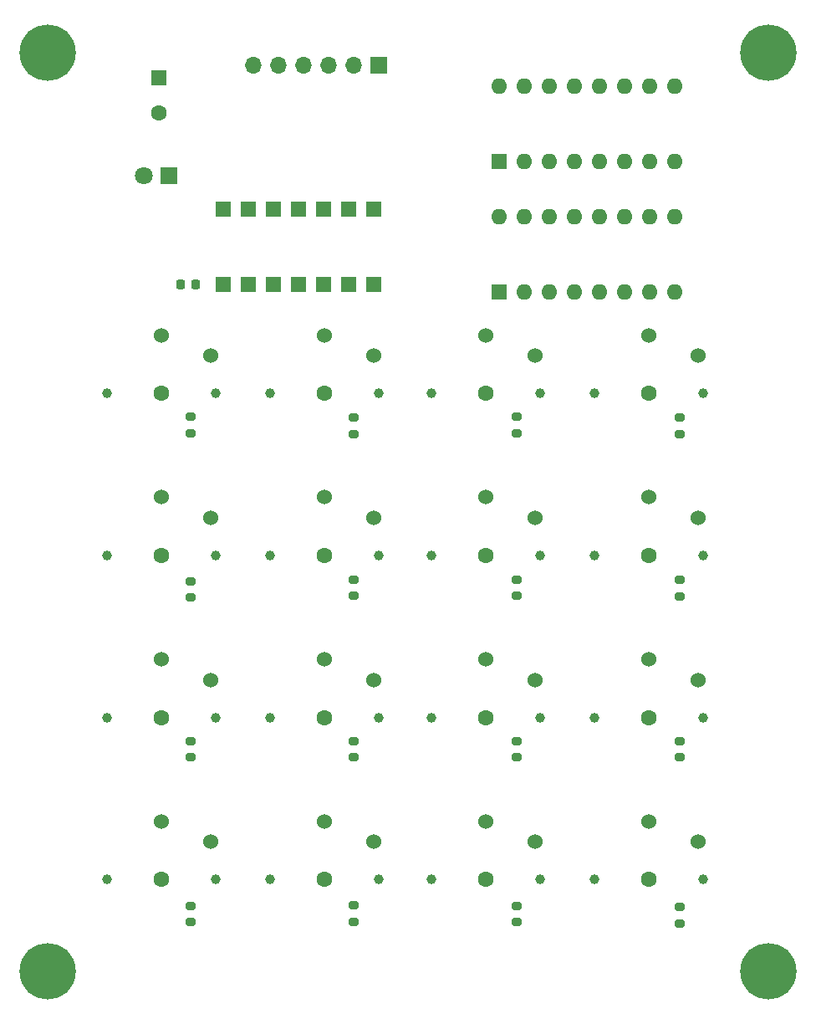
<source format=gbs>
%TF.GenerationSoftware,KiCad,Pcbnew,8.0.8*%
%TF.CreationDate,2025-02-24T16:27:27+09:00*%
%TF.ProjectId,keyboard,6b657962-6f61-4726-942e-6b696361645f,rev?*%
%TF.SameCoordinates,Original*%
%TF.FileFunction,Soldermask,Bot*%
%TF.FilePolarity,Negative*%
%FSLAX46Y46*%
G04 Gerber Fmt 4.6, Leading zero omitted, Abs format (unit mm)*
G04 Created by KiCad (PCBNEW 8.0.8) date 2025-02-24 16:27:27*
%MOMM*%
%LPD*%
G01*
G04 APERTURE LIST*
G04 Aperture macros list*
%AMRoundRect*
0 Rectangle with rounded corners*
0 $1 Rounding radius*
0 $2 $3 $4 $5 $6 $7 $8 $9 X,Y pos of 4 corners*
0 Add a 4 corners polygon primitive as box body*
4,1,4,$2,$3,$4,$5,$6,$7,$8,$9,$2,$3,0*
0 Add four circle primitives for the rounded corners*
1,1,$1+$1,$2,$3*
1,1,$1+$1,$4,$5*
1,1,$1+$1,$6,$7*
1,1,$1+$1,$8,$9*
0 Add four rect primitives between the rounded corners*
20,1,$1+$1,$2,$3,$4,$5,0*
20,1,$1+$1,$4,$5,$6,$7,0*
20,1,$1+$1,$6,$7,$8,$9,0*
20,1,$1+$1,$8,$9,$2,$3,0*%
G04 Aperture macros list end*
%ADD10C,5.700000*%
%ADD11C,1.000000*%
%ADD12C,1.600000*%
%ADD13C,1.524000*%
%ADD14R,1.600000X1.600000*%
%ADD15R,1.700000X1.700000*%
%ADD16O,1.700000X1.700000*%
%ADD17O,1.600000X1.600000*%
%ADD18R,1.800000X1.800000*%
%ADD19C,1.800000*%
%ADD20RoundRect,0.200000X0.275000X-0.200000X0.275000X0.200000X-0.275000X0.200000X-0.275000X-0.200000X0*%
%ADD21RoundRect,0.225000X0.225000X0.250000X-0.225000X0.250000X-0.225000X-0.250000X0.225000X-0.250000X0*%
G04 APERTURE END LIST*
D10*
%TO.C,REF\u002A\u002A*%
X174000000Y-146500000D03*
%TD*%
%TO.C,*%
X174000000Y-146500000D03*
%TD*%
%TO.C,REF\u002A\u002A*%
X101000000Y-146500000D03*
%TD*%
%TO.C,*%
X101000000Y-146500000D03*
%TD*%
%TO.C,REF\u002A\u002A*%
X101000000Y-53500000D03*
%TD*%
%TO.C,*%
X101000000Y-53500000D03*
%TD*%
%TO.C,REF\u002A\u002A*%
X174000000Y-53500000D03*
%TD*%
D11*
%TO.C,SW15*%
X156400000Y-120800000D03*
D12*
X161900000Y-120800000D03*
D11*
X167400000Y-120800000D03*
D13*
X161900000Y-114900000D03*
X166900000Y-117000000D03*
%TD*%
D11*
%TO.C,SW4*%
X156400000Y-88000000D03*
D12*
X161900000Y-88000000D03*
D11*
X167400000Y-88000000D03*
D13*
X161900000Y-82100000D03*
X166900000Y-84200000D03*
%TD*%
D11*
%TO.C,SW3*%
X139900000Y-88000000D03*
D12*
X145400000Y-88000000D03*
D11*
X150900000Y-88000000D03*
D13*
X145400000Y-82100000D03*
X150400000Y-84200000D03*
%TD*%
D11*
%TO.C,SW10*%
X107000000Y-137200000D03*
D12*
X112500000Y-137200000D03*
D11*
X118000000Y-137200000D03*
D13*
X112500000Y-131300000D03*
X117500000Y-133400000D03*
%TD*%
D11*
%TO.C,SW12*%
X123500000Y-137200000D03*
D12*
X129000000Y-137200000D03*
D11*
X134500000Y-137200000D03*
D13*
X129000000Y-131300000D03*
X134000000Y-133400000D03*
%TD*%
D14*
%TO.C,C4*%
X112300000Y-56100000D03*
D12*
X112300000Y-59600000D03*
%TD*%
D11*
%TO.C,SW9*%
X107000000Y-120800000D03*
D12*
X112500000Y-120800000D03*
D11*
X118000000Y-120800000D03*
D13*
X112500000Y-114900000D03*
X117500000Y-117000000D03*
%TD*%
D11*
%TO.C,SW16*%
X156400000Y-137200000D03*
D12*
X161900000Y-137200000D03*
D11*
X167400000Y-137200000D03*
D13*
X161900000Y-131300000D03*
X166900000Y-133400000D03*
%TD*%
D11*
%TO.C,SW14*%
X139900000Y-137200000D03*
D12*
X145400000Y-137200000D03*
D11*
X150900000Y-137200000D03*
D13*
X145400000Y-131300000D03*
X150400000Y-133400000D03*
%TD*%
D11*
%TO.C,SW7*%
X139900000Y-104400000D03*
D12*
X145400000Y-104400000D03*
D11*
X150900000Y-104400000D03*
D13*
X145400000Y-98500000D03*
X150400000Y-100600000D03*
%TD*%
D11*
%TO.C,SW8*%
X156400000Y-104400000D03*
D12*
X161900000Y-104400000D03*
D11*
X167400000Y-104400000D03*
D13*
X161900000Y-98500000D03*
X166900000Y-100600000D03*
%TD*%
D11*
%TO.C,SW6*%
X123500000Y-104400000D03*
D12*
X129000000Y-104400000D03*
D11*
X134500000Y-104400000D03*
D13*
X129000000Y-98500000D03*
X134000000Y-100600000D03*
%TD*%
D15*
%TO.C,J1*%
X134540000Y-54800000D03*
D16*
X132000000Y-54800000D03*
X129460000Y-54800000D03*
X126920000Y-54800000D03*
X124380000Y-54800000D03*
X121840000Y-54800000D03*
%TD*%
D11*
%TO.C,SW1*%
X107000000Y-88000000D03*
D12*
X112500000Y-88000000D03*
D11*
X118000000Y-88000000D03*
D13*
X112500000Y-82100000D03*
X117500000Y-84200000D03*
%TD*%
D11*
%TO.C,SW2*%
X123500000Y-88000000D03*
D12*
X129000000Y-88000000D03*
D11*
X134500000Y-88000000D03*
D13*
X129000000Y-82100000D03*
X134000000Y-84200000D03*
%TD*%
%TO.C,SW11*%
X134000000Y-117000000D03*
X129000000Y-114900000D03*
D11*
X134500000Y-120800000D03*
D12*
X129000000Y-120800000D03*
D11*
X123500000Y-120800000D03*
%TD*%
%TO.C,SW13*%
X139900000Y-120800000D03*
D12*
X145400000Y-120800000D03*
D11*
X150900000Y-120800000D03*
D13*
X145400000Y-114900000D03*
X150400000Y-117000000D03*
%TD*%
D14*
%TO.C,U2*%
X146720000Y-64500000D03*
D17*
X149260000Y-64500000D03*
X151800000Y-64500000D03*
X154340000Y-64500000D03*
X156880000Y-64500000D03*
X159420000Y-64500000D03*
X161960000Y-64500000D03*
X164500000Y-64500000D03*
X164500000Y-56880000D03*
X161960000Y-56880000D03*
X159420000Y-56880000D03*
X156880000Y-56880000D03*
X154340000Y-56880000D03*
X151800000Y-56880000D03*
X149260000Y-56880000D03*
X146720000Y-56880000D03*
%TD*%
D18*
%TO.C,D21*%
X113300000Y-66000000D03*
D19*
X110760000Y-66000000D03*
%TD*%
D11*
%TO.C,SW5*%
X107000000Y-104400000D03*
D12*
X112500000Y-104400000D03*
D11*
X118000000Y-104400000D03*
D13*
X112500000Y-98500000D03*
X117500000Y-100600000D03*
%TD*%
D14*
%TO.C,U1*%
X146720000Y-77720000D03*
D17*
X149260000Y-77720000D03*
X151800000Y-77720000D03*
X154340000Y-77720000D03*
X156880000Y-77720000D03*
X159420000Y-77720000D03*
X161960000Y-77720000D03*
X164500000Y-77720000D03*
X164500000Y-70100000D03*
X161960000Y-70100000D03*
X159420000Y-70100000D03*
X156880000Y-70100000D03*
X154340000Y-70100000D03*
X151800000Y-70100000D03*
X149260000Y-70100000D03*
X146720000Y-70100000D03*
%TD*%
D14*
%TO.C,U3*%
X118760000Y-69380000D03*
X121300000Y-69380000D03*
X123840000Y-69380000D03*
X126380000Y-69380000D03*
X128920000Y-69380000D03*
X131460000Y-69380000D03*
X134000000Y-69380000D03*
X134000000Y-77000000D03*
X131460000Y-77000000D03*
X128920000Y-77000000D03*
X126380000Y-77000000D03*
X123840000Y-77000000D03*
X121300000Y-77000000D03*
X118760000Y-77000000D03*
%TD*%
D20*
%TO.C,R7*%
X132000000Y-124825000D03*
X132000000Y-123175000D03*
%TD*%
D21*
%TO.C,C3*%
X116010000Y-77000000D03*
X114460000Y-77000000D03*
%TD*%
D20*
%TO.C,R1*%
X165000000Y-141625000D03*
X165000000Y-139975000D03*
%TD*%
%TO.C,R10*%
X165000000Y-108525000D03*
X165000000Y-106875000D03*
%TD*%
%TO.C,R14*%
X132000000Y-108500000D03*
X132000000Y-106850000D03*
%TD*%
%TO.C,R9*%
X165000000Y-92100000D03*
X165000000Y-90450000D03*
%TD*%
%TO.C,R4*%
X115500000Y-141500000D03*
X115500000Y-139850000D03*
%TD*%
%TO.C,R11*%
X148500000Y-92025000D03*
X148500000Y-90375000D03*
%TD*%
%TO.C,R13*%
X132000000Y-92100000D03*
X132000000Y-90450000D03*
%TD*%
%TO.C,R3*%
X132000000Y-141450000D03*
X132000000Y-139800000D03*
%TD*%
%TO.C,R16*%
X115500000Y-108650000D03*
X115500000Y-107000000D03*
%TD*%
%TO.C,R6*%
X148500000Y-124825000D03*
X148500000Y-123175000D03*
%TD*%
%TO.C,R2*%
X148500000Y-141500000D03*
X148500000Y-139850000D03*
%TD*%
%TO.C,R8*%
X115500000Y-124825000D03*
X115500000Y-123175000D03*
%TD*%
%TO.C,R15*%
X115500000Y-92025000D03*
X115500000Y-90375000D03*
%TD*%
%TO.C,R12*%
X148500000Y-108500000D03*
X148500000Y-106850000D03*
%TD*%
%TO.C,R5*%
X165000000Y-124825000D03*
X165000000Y-123175000D03*
%TD*%
M02*

</source>
